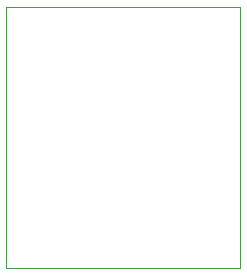
<source format=gbr>
%TF.GenerationSoftware,KiCad,Pcbnew,(6.0.2)*%
%TF.CreationDate,2023-02-28T22:47:18+08:00*%
%TF.ProjectId,OR_gate,4f525f67-6174-4652-9e6b-696361645f70,rev?*%
%TF.SameCoordinates,Original*%
%TF.FileFunction,Profile,NP*%
%FSLAX46Y46*%
G04 Gerber Fmt 4.6, Leading zero omitted, Abs format (unit mm)*
G04 Created by KiCad (PCBNEW (6.0.2)) date 2023-02-28 22:47:18*
%MOMM*%
%LPD*%
G01*
G04 APERTURE LIST*
%TA.AperFunction,Profile*%
%ADD10C,0.100000*%
%TD*%
G04 APERTURE END LIST*
D10*
X63754000Y-41148000D02*
X83566000Y-41148000D01*
X83566000Y-41148000D02*
X83566000Y-63246000D01*
X83566000Y-63246000D02*
X63754000Y-63246000D01*
X63754000Y-63246000D02*
X63754000Y-41148000D01*
M02*

</source>
